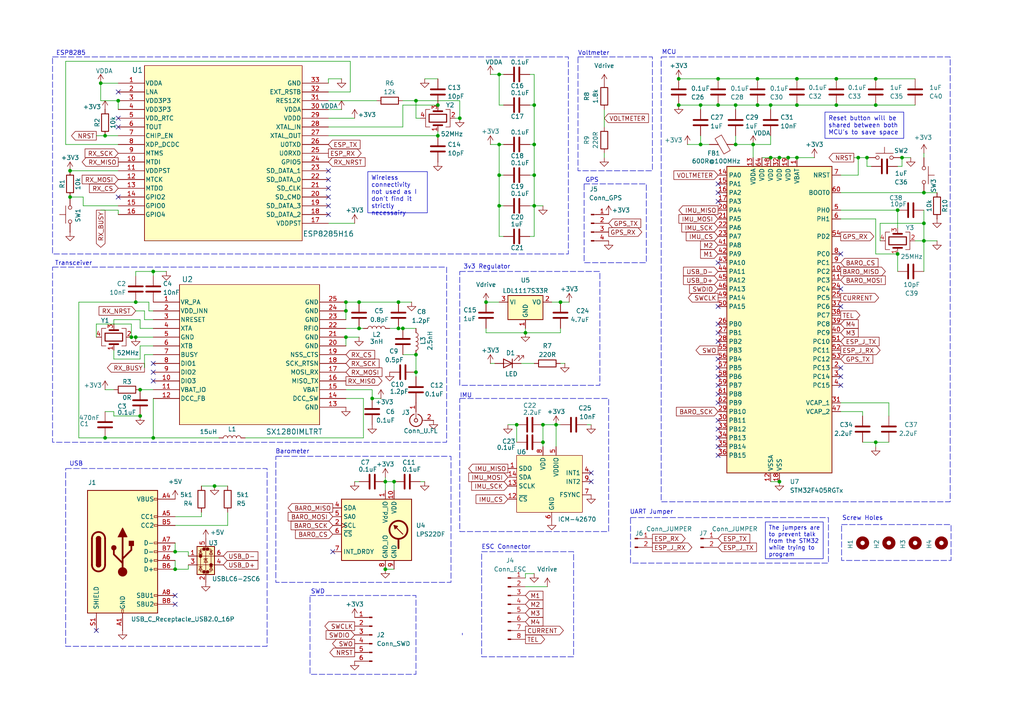
<source format=kicad_sch>
(kicad_sch (version 20231120) (generator "eeschema") (generator_version "8.0")
  (paper "A4")
  (title_block (title "Drone Flight Control Unit") (date "2024-05-17") (rev "v1.0.0") (company "Adam Turaj") (comment 1 "Made by:"))
  (junction (at 29.21 24.13))
  (junction (at 161.29 123.19))
  (junction (at 20.32 57.15))
  (junction (at 254 22.86))
  (junction (at 154.94 41.91))
  (junction (at 242.57 22.86))
  (junction (at 39.37 87.63))
  (junction (at 120.65 102.87))
  (junction (at 104.14 95.25))
  (junction (at 260.35 73.66))
  (junction (at 116.84 95.25))
  (junction (at 104.14 87.63))
  (junction (at 34.29 29.21))
  (junction (at 111.76 165.1))
  (junction (at 254 128.27))
  (junction (at 231.14 22.86))
  (junction (at 149.86 123.19))
  (junction (at 50.8 165.1))
  (junction (at 30.48 127))
  (junction (at 154.94 59.69))
  (junction (at 111.76 139.7))
  (junction (at 219.71 30.48))
  (junction (at 248.92 45.72))
  (junction (at 30.48 39.37))
  (junction (at 228.6 45.72))
  (junction (at 114.3 139.7))
  (junction (at 267.97 69.85))
  (junction (at 144.78 41.91))
  (junction (at 213.36 41.91))
  (junction (at 254 30.48))
  (junction (at 154.94 50.8))
  (junction (at 251.46 45.72))
  (junction (at 62.23 140.97))
  (junction (at 242.57 30.48))
  (junction (at 44.45 127))
  (junction (at 203.2 41.91))
  (junction (at 196.85 22.86))
  (junction (at 107.95 115.57))
  (junction (at 40.64 120.65))
  (junction (at 231.14 45.72))
  (junction (at 152.4 96.52))
  (junction (at 231.14 30.48))
  (junction (at 208.28 30.48))
  (junction (at 44.45 78.74))
  (junction (at 162.56 87.63))
  (junction (at 100.33 87.63))
  (junction (at 260.35 60.96))
  (junction (at 40.64 113.03))
  (junction (at 223.52 30.48))
  (junction (at 115.57 87.63))
  (junction (at 50.8 160.02))
  (junction (at 223.52 45.72))
  (junction (at 157.48 128.27))
  (junction (at 140.97 87.63))
  (junction (at 20.32 49.53))
  (junction (at 133.35 34.29))
  (junction (at 218.44 41.91))
  (junction (at 213.36 30.48))
  (junction (at 144.78 21.59))
  (junction (at 38.1 97.79))
  (junction (at 208.28 22.86))
  (junction (at 127 30.48))
  (junction (at 157.48 123.19))
  (junction (at 261.62 45.72))
  (junction (at 144.78 50.8))
  (junction (at 127 39.37))
  (junction (at 120.65 29.21))
  (junction (at 120.65 107.95))
  (junction (at 154.94 30.48))
  (junction (at 144.78 59.69))
  (junction (at 100.33 90.17))
  (junction (at 39.37 97.79))
  (junction (at 226.06 45.72))
  (junction (at 203.2 30.48))
  (junction (at 226.06 139.7))
  (junction (at 115.57 95.25))
  (junction (at 267.97 55.88))
  (junction (at 196.85 30.48))
  (junction (at 267.97 64.77))
  (junction (at 219.71 22.86))
  (junction (at 100.33 97.79))
  (no_connect (at 95.25 49.53))
  (no_connect (at 208.28 96.52))
  (no_connect (at 95.25 62.23))
  (no_connect (at 208.28 88.9))
  (no_connect (at 208.28 114.3))
  (no_connect (at 95.25 59.69))
  (no_connect (at 208.28 53.34))
  (no_connect (at 243.84 111.76))
  (no_connect (at 50.8 175.26))
  (no_connect (at 243.84 109.22))
  (no_connect (at 208.28 127))
  (no_connect (at 208.28 111.76))
  (no_connect (at 95.25 52.07))
  (no_connect (at 243.84 106.68))
  (no_connect (at 208.28 106.68))
  (no_connect (at 208.28 58.42))
  (no_connect (at 208.28 109.22))
  (no_connect (at 171.45 137.16))
  (no_connect (at 44.45 107.95))
  (no_connect (at 243.84 83.82))
  (no_connect (at 34.29 26.67))
  (no_connect (at 96.52 160.02))
  (no_connect (at 208.28 121.92))
  (no_connect (at 208.28 99.06))
  (no_connect (at 44.45 105.41))
  (no_connect (at 208.28 116.84))
  (no_connect (at 44.45 110.49))
  (no_connect (at 34.29 34.29))
  (no_connect (at 208.28 129.54))
  (no_connect (at 34.29 57.15))
  (no_connect (at 171.45 139.7))
  (no_connect (at 208.28 76.2))
  (no_connect (at 34.29 36.83))
  (no_connect (at 208.28 55.88))
  (no_connect (at 95.25 54.61))
  (no_connect (at 27.94 182.88))
  (no_connect (at 208.28 104.14))
  (no_connect (at 208.28 124.46))
  (no_connect (at 243.84 73.66))
  (no_connect (at 208.28 132.08))
  (no_connect (at 95.25 57.15))
  (no_connect (at 243.84 88.9))
  (no_connect (at 50.8 172.72))
  (no_connect (at 208.28 93.98))
  (wire (pts (xy 140.97 95.25) (xy 140.97 96.52)))
  (wire (pts (xy 107.95 115.57) (xy 107.95 113.03)))
  (wire (pts (xy 44.45 92.71) (xy 41.91 92.71)))
  (wire (pts (xy 111.76 165.1) (xy 114.3 165.1)))
  (wire (pts (xy 146.05 41.91) (xy 144.78 41.91)))
  (wire (pts (xy 261.62 48.26) (xy 261.62 45.72)))
  (wire (pts (xy 50.8 165.1) (xy 50.8 162.56)))
  (wire (pts (xy 54.61 165.1) (xy 54.61 163.83)))
  (wire (pts (xy 30.48 39.37) (xy 34.29 39.37)))
  (wire (pts (xy 160.02 87.63) (xy 162.56 87.63)))
  (wire (pts (xy 30.48 113.03) (xy 33.02 113.03)))
  (wire (pts (xy 196.85 22.86) (xy 208.28 22.86)))
  (wire (pts (xy 243.84 60.96) (xy 260.35 60.96)))
  (wire (pts (xy 19.05 17.78) (xy 19.05 41.91)))
  (wire (pts (xy 257.81 128.27) (xy 254 128.27)))
  (wire (pts (xy 34.29 59.69) (xy 24.13 59.69)))
  (wire (pts (xy 228.6 45.72) (xy 231.14 45.72)))
  (wire (pts (xy 40.64 92.71) (xy 33.02 92.71)))
  (wire (pts (xy 140.97 87.63) (xy 144.78 87.63)))
  (wire (pts (xy 157.48 123.19) (xy 161.29 123.19)))
  (wire (pts (xy 44.45 102.87) (xy 41.91 102.87)))
  (wire (pts (xy 95.25 26.67) (xy 101.6 26.67)))
  (wire (pts (xy 175.26 44.45) (xy 175.26 45.72)))
  (wire (pts (xy 203.2 41.91) (xy 199.39 41.91)))
  (wire (pts (xy 142.24 105.41) (xy 143.51 105.41)))
  (wire (pts (xy 247.65 45.72) (xy 248.92 45.72)))
  (wire (pts (xy 219.71 30.48) (xy 223.52 30.48)))
  (wire (pts (xy 218.44 41.91) (xy 213.36 41.91)))
  (wire (pts (xy 27.94 97.79) (xy 27.94 93.98)))
  (wire (pts (xy 162.56 87.63) (xy 165.1 87.63)))
  (wire (pts (xy 154.94 59.69) (xy 157.48 59.69)))
  (wire (pts (xy 255.27 64.77) (xy 267.97 64.77)))
  (wire (pts (xy 101.6 17.78) (xy 101.6 26.67)))
  (wire (pts (xy 162.56 96.52) (xy 152.4 96.52)))
  (wire (pts (xy 40.64 100.33) (xy 44.45 100.33)))
  (wire (pts (xy 100.33 90.17) (xy 100.33 92.71)))
  (wire (pts (xy 95.25 64.77) (xy 102.87 64.77)))
  (wire (pts (xy 30.48 119.38) (xy 33.02 119.38)))
  (wire (pts (xy 219.71 22.86) (xy 231.14 22.86)))
  (wire (pts (xy 100.33 95.25) (xy 104.14 95.25)))
  (wire (pts (xy 34.29 29.21) (xy 34.29 31.75)))
  (wire (pts (xy 111.76 138.43) (xy 111.76 139.7)))
  (wire (pts (xy 267.97 69.85) (xy 265.43 69.85)))
  (wire (pts (xy 267.97 64.77) (xy 267.97 69.85)))
  (wire (pts (xy 50.8 149.86) (xy 58.42 149.86)))
  (wire (pts (xy 154.94 21.59) (xy 154.94 30.48)))
  (wire (pts (xy 223.52 39.37) (xy 223.52 41.91)))
  (wire (pts (xy 152.4 166.37) (xy 154.94 166.37)))
  (wire (pts (xy 120.65 107.95) (xy 120.65 102.87)))
  (wire (pts (xy 133.35 29.21) (xy 133.35 34.29)))
  (wire (pts (xy 203.2 30.48) (xy 208.28 30.48)))
  (wire (pts (xy 223.52 30.48) (xy 231.14 30.48)))
  (wire (pts (xy 267.97 60.96) (xy 267.97 64.77)))
  (wire (pts (xy 213.36 30.48) (xy 213.36 31.75)))
  (wire (pts (xy 40.64 113.03) (xy 44.45 113.03)))
  (wire (pts (xy 44.45 90.17) (xy 43.18 90.17)))
  (wire (pts (xy 100.33 97.79) (xy 100.33 100.33)))
  (wire (pts (xy 127 22.86) (xy 123.19 22.86)))
  (wire (pts (xy 43.18 87.63) (xy 39.37 87.63)))
  (wire (pts (xy 223.52 45.72) (xy 226.06 45.72)))
  (wire (pts (xy 116.84 29.21) (xy 120.65 29.21)))
  (wire (pts (xy 44.45 95.25) (xy 40.64 95.25)))
  (wire (pts (xy 39.37 78.74) (xy 39.37 80.01)))
  (wire (pts (xy 254 30.48) (xy 265.43 30.48)))
  (wire (pts (xy 30.48 127) (xy 44.45 127)))
  (wire (pts (xy 120.65 34.29) (xy 120.65 29.21)))
  (wire (pts (xy 22.86 87.63) (xy 22.86 127)))
  (wire (pts (xy 223.52 30.48) (xy 223.52 31.75)))
  (wire (pts (xy 243.84 55.88) (xy 267.97 55.88)))
  (wire (pts (xy 231.14 45.72) (xy 236.22 45.72)))
  (wire (pts (xy 39.37 87.63) (xy 22.86 87.63)))
  (wire (pts (xy 163.83 105.41) (xy 162.56 105.41)))
  (wire (pts (xy 33.02 120.65) (xy 40.64 120.65)))
  (wire (pts (xy 58.42 149.86) (xy 58.42 148.59)))
  (wire (pts (xy 63.5 127) (xy 44.45 127)))
  (wire (pts (xy 29.21 60.96) (xy 34.29 60.96)))
  (wire (pts (xy 154.94 30.48) (xy 154.94 41.91)))
  (wire (pts (xy 260.35 60.96) (xy 260.35 66.04)))
  (wire (pts (xy 121.92 34.29) (xy 120.65 34.29)))
  (wire (pts (xy 104.14 87.63) (xy 115.57 87.63)))
  (wire (pts (xy 40.64 104.14) (xy 40.64 100.33)))
  (wire (pts (xy 29.21 24.13) (xy 34.29 24.13)))
  (wire (pts (xy 116.84 30.48) (xy 127 30.48)))
  (wire (pts (xy 120.65 29.21) (xy 133.35 29.21)))
  (wire (pts (xy 162.56 95.25) (xy 162.56 96.52)))
  (wire (pts (xy 149.86 123.19) (xy 149.86 128.27)))
  (wire (pts (xy 153.67 21.59) (xy 154.94 21.59)))
  (wire (pts (xy 267.97 44.45) (xy 267.97 45.72)))
  (wire (pts (xy 151.13 105.41) (xy 154.94 105.41)))
  (wire (pts (xy 218.44 45.72) (xy 218.44 41.91)))
  (wire (pts (xy 231.14 22.86) (xy 242.57 22.86)))
  (wire (pts (xy 39.37 97.79) (xy 44.45 97.79)))
  (wire (pts (xy 100.33 115.57) (xy 105.41 115.57)))
  (wire (pts (xy 33.02 119.38) (xy 33.02 120.65)))
  (wire (pts (xy 248.92 50.8) (xy 243.84 50.8)))
  (wire (pts (xy 39.37 78.74) (xy 44.45 78.74)))
  (wire (pts (xy 146.05 30.48) (xy 144.78 30.48)))
  (wire (pts (xy 243.84 63.5) (xy 254 63.5)))
  (wire (pts (xy 144.78 50.8) (xy 146.05 50.8)))
  (wire (pts (xy 196.85 30.48) (xy 203.2 30.48)))
  (wire (pts (xy 38.1 93.98) (xy 38.1 97.79)))
  (wire (pts (xy 226.06 139.7) (xy 223.52 139.7)))
  (wire (pts (xy 205.74 41.91) (xy 203.2 41.91)))
  (wire (pts (xy 218.44 41.91) (xy 223.52 41.91)))
  (wire (pts (xy 95.25 29.21) (xy 109.22 29.21)))
  (wire (pts (xy 100.33 87.63) (xy 100.33 90.17)))
  (wire (pts (xy 19.05 41.91) (xy 34.29 41.91)))
  (wire (pts (xy 120.65 109.22) (xy 120.65 107.95)))
  (wire (pts (xy 110.49 115.57) (xy 107.95 115.57)))
  (wire (pts (xy 111.76 139.7) (xy 111.76 142.24)))
  (wire (pts (xy 175.26 31.75) (xy 175.26 36.83)))
  (wire (pts (xy 105.41 95.25) (xy 104.14 95.25)))
  (wire (pts (xy 116.84 30.48) (xy 116.84 36.83)))
  (wire (pts (xy 95.25 22.86) (xy 95.25 24.13)))
  (wire (pts (xy 102.87 139.7) (xy 104.14 139.7)))
  (wire (pts (xy 27.94 39.37) (xy 30.48 39.37)))
  (wire (pts (xy 271.78 69.85) (xy 267.97 69.85)))
  (wire (pts (xy 34.29 29.21) (xy 29.21 29.21)))
  (wire (pts (xy 50.8 160.02) (xy 54.61 160.02)))
  (wire (pts (xy 154.94 41.91) (xy 154.94 50.8)))
  (wire (pts (xy 140.97 96.52) (xy 152.4 96.52)))
  (wire (pts (xy 20.32 49.53) (xy 34.29 49.53)))
  (polyline (pts (xy 134.112 183.642) (xy 134.112 184.15)) (stroke (width 0) (type dash)))
  (wire (pts (xy 29.21 29.21) (xy 29.21 24.13)))
  (wire (pts (xy 243.84 116.84) (xy 257.81 116.84)))
  (wire (pts (xy 62.23 140.97) (xy 58.42 140.97)))
  (wire (pts (xy 107.95 113.03) (xy 100.33 113.03)))
  (wire (pts (xy 41.91 92.71) (xy 41.91 90.17)))
  (wire (pts (xy 162.56 123.19) (xy 161.29 123.19)))
  (wire (pts (xy 260.35 73.66) (xy 260.35 78.74)))
  (wire (pts (xy 105.41 115.57) (xy 105.41 127)))
  (wire (pts (xy 133.35 34.29) (xy 132.08 34.29)))
  (wire (pts (xy 267.97 69.85) (xy 267.97 78.74)))
  (wire (pts (xy 105.41 127) (xy 71.12 127)))
  (wire (pts (xy 251.46 48.26) (xy 251.46 45.72)))
  (wire (pts (xy 271.78 55.88) (xy 267.97 55.88)))
  (wire (pts (xy 116.84 95.25) (xy 120.65 95.25)))
  (wire (pts (xy 208.28 30.48) (xy 213.36 30.48)))
  (wire (pts (xy 254 73.66) (xy 254 63.5)))
  (wire (pts (xy 22.86 127) (xy 30.48 127)))
  (wire (pts (xy 220.98 45.72) (xy 223.52 45.72)))
  (wire (pts (xy 153.67 59.69) (xy 154.94 59.69)))
  (wire (pts (xy 144.78 41.91) (xy 144.78 50.8)))
  (wire (pts (xy 95.25 39.37) (xy 127 39.37)))
  (wire (pts (xy 152.4 170.18) (xy 158.75 170.18)))
  (wire (pts (xy 44.45 127) (xy 44.45 115.57)))
  (wire (pts (xy 213.36 30.48) (xy 219.71 30.48)))
  (wire (pts (xy 254 129.54) (xy 254 128.27)))
  (wire (pts (xy 111.76 139.7) (xy 114.3 139.7)))
  (wire (pts (xy 154.94 59.69) (xy 154.94 50.8)))
  (wire (pts (xy 116.84 36.83) (xy 95.25 36.83)))
  (wire (pts (xy 208.28 22.86) (xy 219.71 22.86)))
  (wire (pts (xy 66.04 148.59) (xy 66.04 152.4)))
  (wire (pts (xy 38.1 97.79) (xy 39.37 97.79)))
  (wire (pts (xy 157.48 128.27) (xy 157.48 129.54)))
  (wire (pts (xy 250.19 119.38) (xy 250.19 120.65)))
  (wire (pts (xy 27.94 93.98) (xy 38.1 93.98)))
  (wire (pts (xy 142.24 41.91) (xy 144.78 41.91)))
  (wire (pts (xy 231.14 30.48) (xy 242.57 30.48)))
  (wire (pts (xy 33.02 101.6) (xy 33.02 104.14)))
  (wire (pts (xy 43.18 90.17) (xy 43.18 87.63)))
  (wire (pts (xy 153.67 41.91) (xy 154.94 41.91)))
  (wire (pts (xy 147.32 123.19) (xy 149.86 123.19)))
  (wire (pts (xy 40.64 95.25) (xy 40.64 92.71)))
  (wire (pts (xy 248.92 50.8) (xy 248.92 45.72)))
  (wire (pts (xy 44.45 78.74) (xy 48.26 78.74)))
  (wire (pts (xy 213.36 39.37) (xy 213.36 41.91)))
  (wire (pts (xy 203.2 30.48) (xy 203.2 31.75)))
  (wire (pts (xy 115.57 87.63) (xy 119.38 87.63)))
  (wire (pts (xy 95.25 34.29) (xy 102.87 34.29)))
  (wire (pts (xy 144.78 59.69) (xy 144.78 50.8)))
  (wire (pts (xy 101.6 17.78) (xy 19.05 17.78)))
  (wire (pts (xy 264.16 45.72) (xy 261.62 45.72)))
  (wire (pts (xy 114.3 139.7) (xy 114.3 142.24)))
  (wire (pts (xy 100.33 87.63) (xy 104.14 87.63)))
  (wire (pts (xy 243.84 119.38) (xy 250.19 119.38)))
  (wire (pts (xy 50.8 165.1) (xy 54.61 165.1)))
  (wire (pts (xy 154.94 68.58) (xy 154.94 59.69)))
  (wire (pts (xy 146.05 21.59) (xy 144.78 21.59)))
  (wire (pts (xy 146.05 59.69) (xy 144.78 59.69)))
  (wire (pts (xy 161.29 123.19) (xy 161.29 129.54)))
  (wire (pts (xy 144.78 21.59) (xy 144.78 30.48)))
  (wire (pts (xy 157.48 123.19) (xy 157.48 128.27)))
  (wire (pts (xy 153.67 68.58) (xy 154.94 68.58)))
  (wire (pts (xy 260.35 48.26) (xy 261.62 48.26)))
  (wire (pts (xy 255.27 69.85) (xy 255.27 64.77)))
  (polyline (pts (xy 34.29 54.61) (xy 34.29 54.61)) (stroke (width 0) (type dash)))
  (wire (pts (xy 41.91 90.17) (xy 39.37 90.17)))
  (wire (pts (xy 252.73 48.26) (xy 251.46 48.26)))
  (wire (pts (xy 100.33 97.79) (xy 104.14 97.79)))
  (wire (pts (xy 260.35 73.66) (xy 254 73.66)))
  (wire (pts (xy 171.45 123.19) (xy 170.18 123.19)))
  (wire (pts (xy 66.04 140.97) (xy 62.23 140.97)))
  (wire (pts (xy 95.25 31.75) (xy 99.06 31.75)))
  (wire (pts (xy 254 128.27) (xy 250.19 128.27)))
  (wire (pts (xy 154.94 30.48) (xy 153.67 30.48)))
  (wire (pts (xy 20.32 57.15) (xy 24.13 57.15)))
  (wire (pts (xy 95.25 22.86) (xy 99.06 22.86)))
  (wire (pts (xy 50.8 152.4) (xy 66.04 152.4)))
  (wire (pts (xy 144.78 68.58) (xy 144.78 59.69)))
  (wire (pts (xy 33.02 104.14) (xy 40.64 104.14)))
  (wire (pts (xy 33.02 92.71) (xy 33.02 93.98)))
  (wire (pts (xy 226.06 45.72) (xy 228.6 45.72)))
  (wire (pts (xy 152.4 96.52) (xy 152.4 95.25)))
  (wire (pts (xy 127 38.1) (xy 127 39.37)))
  (wire (pts (xy 116.84 102.87) (xy 120.65 102.87)))
  (wire (pts (xy 24.13 59.69) (xy 24.13 57.15)))
  (wire (pts (xy 153.67 50.8) (xy 154.94 50.8)))
  (wire (pts (xy 248.92 45.72) (xy 251.46 45.72)))
  (wire (pts (xy 242.57 22.86) (xy 254 22.86)))
  (wire (pts (xy 113.03 95.25) (xy 115.57 95.25)))
  (wire (pts (xy 54.61 161.29) (xy 54.61 160.02)))
  (wire (pts (xy 50.8 160.02) (xy 50.8 157.48)))
  (wire (pts (xy 257.81 116.84) (xy 257.81 120.65)))
  (wire (pts (xy 115.57 95.25) (xy 116.84 95.25)))
  (wire (pts (xy 34.29 60.96) (xy 34.29 62.23)))
  (wire (pts (xy 203.2 39.37) (xy 203.2 41.91)))
  (wire (pts (xy 121.92 139.7) (xy 123.19 139.7)))
  (wire (pts (xy 41.91 102.87) (xy 41.91 106.68)))
  (wire (pts (xy 146.05 68.58) (xy 144.78 68.58)))
  (wire (pts (xy 142.24 21.59) (xy 144.78 21.59)))
  (wire (pts (xy 152.4 166.37) (xy 152.4 167.64)))
  (wire (pts (xy 242.57 30.48) (xy 254 30.48)))
  (wire (pts (xy 254 22.86) (xy 265.43 22.86)))
  (wire (pts (xy 44.45 78.74) (xy 44.45 80.01)))
  (rectangle (start 169.418 53.34) (end 187.452 76.2) (stroke (width 0) (type dash)))
  (rectangle (start 191.77 16.51) (end 275.59 145.542) (stroke (width 0) (type dash)))
  (rectangle (start 15.24 77.47) (end 129.54 128.27) (stroke (width 0) (type dash)))
  (rectangle (start 89.916 172.72) (end 120.65 195.58) (stroke (width 0) (type dash)))
  (rectangle (start 15.24 16.51) (end 164.846 73.66) (stroke (width 0) (type dash)))
  (rectangle (start 167.64 16.51) (end 189.23 49.53) (stroke (width 0) (type dash)))
  (rectangle (start 182.88 150.114) (end 240.284 163.322) (stroke (width 0) (type dash)))
  (rectangle (start 133.35 78.74) (end 173.99 111.76) (stroke (width 0) (type dash)))
  (rectangle (start 133.35 115.57) (end 176.53 154.178) (stroke (width 0) (type dash)))
  (rectangle (start 244.094 162.56) (end 275.844 152.146) (stroke (width 0) (type dash)))
  (rectangle (start 80.01 132.334) (end 130.81 168.91) (stroke (width 0) (type dash)))
  (rectangle (start 19.05 135.89) (end 77.47 187.452) (stroke (width 0) (type dash)))
  (rectangle (start 139.7 160.02) (end 166.37 190.5) (stroke (width 0) (type dash)))
  (text_box "Reset button will be shared between both MCU's to save space" (at 239.268 32.512 0) (size 22.86 7.62) (effects (font (size 1.27 1.27)) (justify left top)))
  (text_box "The jumpers are to prevent talk from the STM32 while trying to program" (at 221.996 151.384 0) (size 16.764 10.668) (effects (font (size 1.2 1.2)) (justify left top)))
  (text_box "Wireless connectivity not used as I don't find it strictly necessairy" (at 106.68 49.784 0) (size 17.272 11.938) (effects (font (size 1.27 1.27)) (justify left top)))
  (text "MCU" (at 194.056 15.24 0) (effects (font (size 1.27 1.27))))
  (text "Barometer" (at 84.836 131.064 0) (effects (font (size 1.27 1.27))))
  (text "UART Jumper" (at 188.976 148.59 0) (effects (font (size 1.27 1.27))))
  (text "3v3 Regulator" (at 141.224 77.47 0) (effects (font (size 1.27 1.27))))
  (text "Voltmeter" (at 172.212 15.494 0) (effects (font (size 1.27 1.27))))
  (text "ESP8285" (at 20.574 15.494 0) (effects (font (size 1.27 1.27))))
  (text "Screw Holes" (at 250.19 150.368 0) (effects (font (size 1.27 1.27))))
  (text "USB" (at 22.098 134.62 0) (effects (font (size 1.27 1.27))))
  (text "Transceiver" (at 21.336 76.454 0) (effects (font (size 1.27 1.27))))
  (text "SWD" (at 92.202 171.704 0) (effects (font (size 1.27 1.27))))
  (text "ESC Connector" (at 146.812 158.75 0) (effects (font (size 1.27 1.27))))
  (text "IMU" (at 135.128 114.808 0) (effects (font (size 1.27 1.27))))
  (text "GPS" (at 171.704 52.324 0) (effects (font (size 1.27 1.27))))
  (global_label "IMU_CS" (shape input) (at 208.28 68.58 180) (property "Intersheetrefs" "${INTERSHEET_REFS}" (effects (hide yes))))
  (global_label "ESP_TX" (shape input) (at 95.25 41.91 0) (property "Intersheetrefs" "${INTERSHEET_REFS}" (effects (hide yes))))
  (global_label "IMU_CS" (shape input) (at 147.32 144.78 180) (property "Intersheetrefs" "${INTERSHEET_REFS}" (effects (hide yes))))
  (global_label "RX_MISO" (shape output) (at 100.33 110.49 0) (property "Intersheetrefs" "${INTERSHEET_REFS}" (effects (hide yes))))
  (global_label "SWO" (shape output) (at 208.28 101.6 180) (property "Intersheetrefs" "${INTERSHEET_REFS}" (effects (hide yes))))
  (global_label "ESP_RX" (shape output) (at 189.23 156.21 0) (property "Intersheetrefs" "${INTERSHEET_REFS}" (effects (hide yes))))
  (global_label "RX_MOSI" (shape input) (at 100.33 107.95 0) (property "Intersheetrefs" "${INTERSHEET_REFS}" (effects (hide yes))))
  (global_label "ESP_J_RX" (shape output) (at 243.84 101.6 0) (property "Intersheetrefs" "${INTERSHEET_REFS}" (effects (hide yes))))
  (global_label "BARO_MISO" (shape output) (at 96.52 147.32 180) (property "Intersheetrefs" "${INTERSHEET_REFS}" (effects (hide yes))))
  (global_label "RX_MOSI" (shape input) (at 34.29 52.07 180) (property "Intersheetrefs" "${INTERSHEET_REFS}" (effects (hide yes))))
  (global_label "RX_SCK" (shape input) (at 34.29 44.45 180) (property "Intersheetrefs" "${INTERSHEET_REFS}" (effects (hide yes))))
  (global_label "RX_BUSY" (shape output) (at 41.91 106.68 180) (property "Intersheetrefs" "${INTERSHEET_REFS}" (effects (hide yes))))
  (global_label "RX_SCK" (shape input) (at 100.33 105.41 0) (property "Intersheetrefs" "${INTERSHEET_REFS}" (effects (hide yes))))
  (global_label "NRST" (shape output) (at 102.87 189.23 180) (property "Intersheetrefs" "${INTERSHEET_REFS}" (effects (hide yes))))
  (global_label "BARO_MISO" (shape output) (at 243.84 78.74 0) (property "Intersheetrefs" "${INTERSHEET_REFS}" (effects (hide yes))))
  (global_label "ESP_J_TX" (shape input) (at 243.84 99.06 0) (property "Intersheetrefs" "${INTERSHEET_REFS}" (effects (hide yes))))
  (global_label "CURRENT" (shape output) (at 152.4 182.88 0) (property "Intersheetrefs" "${INTERSHEET_REFS}" (effects (hide yes))))
  (global_label "IMU_MOSI" (shape input) (at 147.32 138.43 180) (property "Intersheetrefs" "${INTERSHEET_REFS}" (effects (hide yes))))
  (global_label "CURRENT" (shape output) (at 243.84 86.36 0) (property "Intersheetrefs" "${INTERSHEET_REFS}" (effects (hide yes))))
  (global_label "IMU_MISO" (shape output) (at 208.28 60.96 180) (property "Intersheetrefs" "${INTERSHEET_REFS}" (effects (hide yes))))
  (global_label "TEL" (shape output) (at 243.84 91.44 0) (property "Intersheetrefs" "${INTERSHEET_REFS}" (effects (hide yes))))
  (global_label "GPS_RX" (shape output) (at 243.84 68.58 0) (property "Intersheetrefs" "${INTERSHEET_REFS}" (effects (hide yes))))
  (global_label "RX_CS" (shape input) (at 34.29 54.61 180) (property "Intersheetrefs" "${INTERSHEET_REFS}" (effects (hide yes))))
  (global_label "RX_NRST" (shape input) (at 95.25 46.99 0) (property "Intersheetrefs" "${INTERSHEET_REFS}" (effects (hide yes))))
  (global_label "ESP_TX" (shape input) (at 208.28 156.21 0) (property "Intersheetrefs" "${INTERSHEET_REFS}" (effects (hide yes))))
  (global_label "SWDIO" (shape input) (at 102.87 184.15 180) (property "Intersheetrefs" "${INTERSHEET_REFS}" (effects (hide yes))))
  (global_label "IMU_MOSI" (shape input) (at 208.28 63.5 180) (property "Intersheetrefs" "${INTERSHEET_REFS}" (effects (hide yes))))
  (global_label "RX_NRST" (shape input) (at 39.37 90.17 180) (property "Intersheetrefs" "${INTERSHEET_REFS}" (effects (hide yes))))
  (global_label "BARO_MOSI" (shape input) (at 243.84 81.28 0) (property "Intersheetrefs" "${INTERSHEET_REFS}" (effects (hide yes))))
  (global_label "BARO_SCK" (shape input) (at 208.28 119.38 180) (property "Intersheetrefs" "${INTERSHEET_REFS}" (effects (hide yes))))
  (global_label "ESP_RX" (shape output) (at 95.25 44.45 0) (property "Intersheetrefs" "${INTERSHEET_REFS}" (effects (hide yes))))
  (global_label "M4" (shape input) (at 152.4 180.34 0) (property "Intersheetrefs" "${INTERSHEET_REFS}" (effects (hide yes))))
  (global_label "VOLTMETER" (shape input) (at 175.26 34.29 0) (property "Intersheetrefs" "${INTERSHEET_REFS}" (effects (hide yes))))
  (global_label "SWO" (shape output) (at 102.87 186.69 180) (property "Intersheetrefs" "${INTERSHEET_REFS}" (effects (hide yes))))
  (global_label "BARO_CS" (shape input) (at 96.52 154.94 180) (property "Intersheetrefs" "${INTERSHEET_REFS}" (effects (hide yes))))
  (global_label "BARO_CS" (shape input) (at 243.84 76.2 0) (property "Intersheetrefs" "${INTERSHEET_REFS}" (effects (hide yes))))
  (global_label "M1" (shape input) (at 208.28 73.66 180) (property "Intersheetrefs" "${INTERSHEET_REFS}" (effects (hide yes))))
  (global_label "IMU_MISO" (shape output) (at 147.32 135.89 180) (property "Intersheetrefs" "${INTERSHEET_REFS}" (effects (hide yes))))
  (global_label "M2" (shape input) (at 208.28 71.12 180) (property "Intersheetrefs" "${INTERSHEET_REFS}" (effects (hide yes))))
  (global_label "USB_D-" (shape input) (at 64.77 161.29 0) (property "Intersheetrefs" "${INTERSHEET_REFS}" (effects (hide yes))))
  (global_label "ESP_J_RX" (shape output) (at 189.23 158.75 0) (property "Intersheetrefs" "${INTERSHEET_REFS}" (effects (hide yes))))
  (global_label "GPS_TX" (shape input) (at 176.53 64.77 0) (property "Intersheetrefs" "${INTERSHEET_REFS}" (effects (hide yes))))
  (global_label "TEL" (shape output) (at 152.4 185.42 0) (property "Intersheetrefs" "${INTERSHEET_REFS}" (effects (hide yes))))
  (global_label "M2" (shape input) (at 152.4 175.26 0) (property "Intersheetrefs" "${INTERSHEET_REFS}" (effects (hide yes))))
  (global_label "M4" (shape input) (at 243.84 93.98 0) (property "Intersheetrefs" "${INTERSHEET_REFS}" (effects (hide yes))))
  (global_label "SWCLK" (shape output) (at 102.87 181.61 180) (property "Intersheetrefs" "${INTERSHEET_REFS}" (effects (hide yes))))
  (global_label "IMU_SCK" (shape input) (at 208.28 66.04 180) (property "Intersheetrefs" "${INTERSHEET_REFS}" (effects (hide yes))))
  (global_label "GPS_RX" (shape output) (at 176.53 67.31 0) (property "Intersheetrefs" "${INTERSHEET_REFS}" (effects (hide yes))))
  (global_label "IMU_SCK" (shape input) (at 147.32 140.97 180) (property "Intersheetrefs" "${INTERSHEET_REFS}" (effects (hide yes))))
  (global_label "GPS_TX" (shape input) (at 243.84 104.14 0) (property "Intersheetrefs" "${INTERSHEET_REFS}" (effects (hide yes))))
  (global_label "ESP_J_TX" (shape input) (at 208.28 158.75 0) (property "Intersheetrefs" "${INTERSHEET_REFS}" (effects (hide yes))))
  (global_label "BARO_MOSI" (shape input) (at 96.52 149.86 180) (property "Intersheetrefs" "${INTERSHEET_REFS}" (effects (hide yes))))
  (global_label "SWCLK" (shape output) (at 208.28 86.36 180) (property "Intersheetrefs" "${INTERSHEET_REFS}" (effects (hide yes))))
  (global_label "BARO_SCK" (shape input) (at 96.52 152.4 180) (property "Intersheetrefs" "${INTERSHEET_REFS}" (effects (hide yes))))
  (global_label "M3" (shape input) (at 243.84 96.52 0) (property "Intersheetrefs" "${INTERSHEET_REFS}" (effects (hide yes))))
  (global_label "M3" (shape input) (at 152.4 177.8 0) (property "Intersheetrefs" "${INTERSHEET_REFS}" (effects (hide yes))))
  (global_label "RX_MISO" (shape output) (at 34.29 46.99 180) (property "Intersheetrefs" "${INTERSHEET_REFS}" (effects (hide yes))))
  (global_label "SWDIO" (shape input) (at 208.28 83.82 180) (property "Intersheetrefs" "${INTERSHEET_REFS}" (effects (hide yes))))
  (global_label "M1" (shape input) (at 152.4 172.72 0) (property "Intersheetrefs" "${INTERSHEET_REFS}" (effects (hide yes))))
  (global_label "VOLTMETER" (shape input) (at 208.28 50.8 180) (property "Intersheetrefs" "${INTERSHEET_REFS}" (effects (hide yes))))
  (global_label "RX_CS" (shape input) (at 100.33 102.87 0) (property "Intersheetrefs" "${INTERSHEET_REFS}" (effects (hide yes))))
  (global_label "USB_D-" (shape input) (at 208.28 78.74 180) (property "Intersheetrefs" "${INTERSHEET_REFS}" (effects (hide yes))))
  (global_label "NRST" (shape output) (at 247.65 45.72 180) (property "Intersheetrefs" "${INTERSHEET_REFS}" (effects (hide yes))))
  (global_label "RX_BUSY" (shape output) (at 29.21 60.96 270) (property "Intersheetrefs" "${INTERSHEET_REFS}" (effects (hide yes))))
  (global_label "USB_D+" (shape input) (at 208.28 81.28 180) (property "Intersheetrefs" "${INTERSHEET_REFS}" (effects (hide yes))))
  (global_label "NRST" (shape output) (at 27.94 39.37 180) (property "Intersheetrefs" "${INTERSHEET_REFS}" (effects (hide yes))))
  (global_label "USB_D+" (shape input) (at 64.77 163.83 0) (property "Intersheetrefs" "${INTERSHEET_REFS}" (effects (hide yes))))
  (symbol (lib_id "power:GND") (at 99.06 22.86 0) (mirror y) (unit 1)
    (property "Reference" "#PWR014" (effects (hide yes)))
    (property "Value" "GND" (effects (hide yes)))
    (property "Description" "Power symbol creates a global label with name \"GND\" , ground" (effects (hide yes)))
  )
  (symbol (lib_id "power:GND") (at 62.23 140.97 0) (mirror y) (unit 1)
    (property "Reference" "#PWR013" (effects (hide yes)))
    (property "Value" "GND" (effects (hide yes)))
    (property "Description" "Power symbol creates a global label with name \"GND\" , ground" (effects (hide yes)))
  )
  (symbol (lib_id "power:+3V3") (at 142.24 41.91 0) (unit 1)
    (property "Reference" "#PWR036" (effects (hide yes)))
    (property "Value" "+3V3" (at 142.24 38.1 0))
    (property "Description" "Power symbol creates a global label with name \"+3V3\"" (effects (hide yes)))
  )
  (symbol (lib_id "power:GND") (at 196.85 30.48 0) (mirror y) (unit 1)
    (property "Reference" "#PWR054" (effects (hide yes)))
    (property "Value" "GND" (effects (hide yes)))
    (property "Description" "Power symbol creates a global label with name \"GND\" , ground" (effects (hide yes)))
  )
  (symbol (lib_id "power:VDDA") (at 218.44 41.91 0) (mirror y) (unit 1)
    (property "Reference" "#PWR056" (effects (hide yes)))
    (property "Value" "VDDA" (at 220.98 38.608 0))
    (property "Description" "Power symbol creates a global label with name \"VDDA\"" (effects (hide yes)))
  )
  (symbol (lib_id "power:GND") (at 154.94 166.37 0) (unit 1)
    (property "Reference" "#PWR040" (effects (hide yes)))
    (property "Value" "GND" (effects (hide yes)))
    (property "Description" "Power symbol creates a global label with name \"GND\" , ground" (effects (hide yes)))
  )
  (symbol (lib_id "power:GND") (at 40.64 120.65 0) (mirror y) (unit 1)
    (property "Reference" "#PWR08" (effects (hide yes)))
    (property "Value" "GND" (effects (hide yes)))
    (property "Description" "Power symbol creates a global label with name \"GND\" , ground" (effects (hide yes)))
  )
  (symbol (lib_id "power:+5V") (at 59.69 156.21 0) (mirror y) (unit 1)
    (property "Reference" "#PWR011" (effects (hide yes)))
    (property "Value" "+5V" (at 62.992 154.432 0))
    (property "Description" "Power symbol creates a global label with name \"+5V\"" (effects (hide yes)))
  )
  (symbol (lib_id "power:GND") (at 176.53 69.85 0) (mirror y) (unit 1)
    (property "Reference" "#PWR052" (effects (hide yes)))
    (property "Value" "GND" (effects (hide yes)))
    (property "Description" "Power symbol creates a global label with name \"GND\" , ground" (effects (hide yes)))
  )
  (symbol (lib_id "Connector:Conn_01x02_Pin") (at 184.15 156.21 0) (unit 1)
    (property "Reference" "J6" (at 185.42 154.686 0))
    (property "Value" "Conn_JUMPER" (at 194.056 153.416 0))
    (property "Footprint" "Connector_PinHeader_2.54mm:PinHeader_1x02_P2.54mm_Vertical" (effects (hide yes)))
    (property "Description" "Generic connector, single row, 01x02, script generated" (effects (hide yes)))
    (property "MPN" "C3336192" (effects (hide yes)))
    (property "LCSC" "C3336192" (effects (hide yes)))
  )
  (symbol (lib_id "power:GND") (at 254 129.54 0) (mirror y) (unit 1)
    (property "Reference" "#PWR059" (effects (hide yes)))
    (property "Value" "GND" (effects (hide yes)))
    (property "Description" "Power symbol creates a global label with name \"GND\" , ground" (effects (hide yes)))
  )
  (symbol (lib_id "Device:LED") (at 147.32 105.41 180) (unit 1)
    (property "Reference" "D1" (at 148.082 102.362 0))
    (property "Value" "LED" (at 148.336 108.458 0))
    (property "Footprint" "LED_SMD:LED_0603_1608Metric" (effects (hide yes)))
    (property "Description" "Light emitting diode" (effects (hide yes)))
    (property "MPN" "C598257" (effects (hide yes)))
    (property "LCSC" "C598257" (effects (hide yes)))
  )
  (symbol (lib_id "power:GND") (at 171.45 123.19 0) (mirror y) (unit 1)
    (property "Reference" "#PWR047" (effects (hide yes)))
    (property "Value" "GND" (effects (hide yes)))
    (property "Description" "Power symbol creates a global label with name \"GND\" , ground" (effects (hide yes)))
  )
  (symbol (lib_id "Device:L") (at 120.65 99.06 0) (unit 1)
    (property "Reference" "L3" (at 122.682 98.806 90))
    (property "Value" "2.5nH" (at 124.714 98.806 90))
    (property "Footprint" "Inductor_SMD:L_0402_1005Metric" (effects (hide yes)))
    (property "Description" "Inductor" (effects (hide yes)))
    (property "MPN" "C5607159" (effects (hide yes)))
  )
  (symbol (lib_id "Power_Protection:USBLC6-2SC6") (at 59.69 161.29 0) (unit 1)
    (property "Reference" "U3" (at 60.452 157.48 0) (effects (justify left)))
    (property "Value" "USBLC6-2SC6" (at 61.468 167.894 0) (effects (justify left)))
    (property "Footprint" "Package_TO_SOT_SMD:SOT-23-6" (effects (hide yes)))
    (property "Datasheet" "https://www.st.com/resource/en/datasheet/usblc6-2.pdf" (effects (hide yes)))
    (property "Description" "Very low capacitance ESD protection diode, 2 data-line, SOT-23-6" (effects (hide yes)))
    (property "MPN" "C7519" (effects (hide yes)))
    (property "LCSC" "C7519" (effects (hide yes)))
  )
  (symbol (lib_id "Device:C") (at 203.2 35.56 0) (unit 1)
    (property "Reference" "C27" (at 205.994 34.036 0) (effects (justify left)))
    (property "Value" "1uF" (at 205.994 36.576 0) (effects (justify left)))
    (property "Footprint" "Capacitor_SMD:C_0402_1005Metric" (effects (hide yes)))
    (property "Description" "Unpolarized capacitor" (effects (hide yes)))
  )
  (symbol (lib_id "Device:R") (at 58.42 144.78 0) (mirror x) (unit 1)
    (property "Reference" "R4" (at 55.88 146.0501 0) (effects (justify right)))
    (property "Value" "5k1" (at 55.88 143.5101 0) (effects (justify right)))
    (property "Footprint" "Resistor_SMD:R_0402_1005Metric" (effects (hide yes)))
    (property "Description" "Resistor" (effects (hide yes)))
  )
  (symbol (lib_id "Device:C") (at 153.67 123.19 90) (unit 1)
    (property "Reference" "C22" (at 153.67 117.602 90))
    (property "Value" "2.2uF" (at 154.432 119.634 90))
    (property "Footprint" "Capacitor_SMD:C_0402_1005Metric" (effects (hide yes)))
    (property "Description" "Unpolarized capacitor" (effects (hide yes)))
  )
  (symbol (lib_id "power:GND") (at 226.06 139.7 0) (mirror y) (unit 1)
    (property "Reference" "#PWR057" (effects (hide yes)))
    (property "Value" "GND" (effects (hide yes)))
    (property "Description" "Power symbol creates a global label with name \"GND\" , ground" (effects (hide yes)))
  )
  (symbol (lib_id "power:Vdrive") (at 158.75 170.18 0) (unit 1)
    (property "Reference" "#PWR042" (effects (hide yes)))
    (property "Value" "Vdrive" (at 158.75 165.1 0))
    (property "Description" "Power symbol creates a global label with name \"Vdrive\"" (effects (hide yes)))
  )
  (symbol (lib_id "power:GND") (at 113.03 107.95 0) (mirror y) (unit 1)
    (property "Reference" "#PWR027" (effects (hide yes)))
    (property "Value" "GND" (effects (hide yes)))
    (property "Description" "Power symbol creates a global label with name \"GND\" , ground" (effects (hide yes)))
  )
  (symbol (lib_id "Device:C") (at 120.65 113.03 180) (unit 1)
    (property "Reference" "C12" (at 124.714 111.76 0) (effects (justify right)))
    (property "Value" "0.1uF" (at 123.19 114.3 0) (effects (justify right)))
    (property "Footprint" "Capacitor_SMD:C_0402_1005Metric" (effects (hide yes)))
    (property "Description" "Unpolarized capacitor" (effects (hide yes)))
  )
  (symbol (lib_id "Device:R") (at 175.26 27.94 0) (mirror y) (unit 1)
    (property "Reference" "R8" (at 170.18 27.94 90))
    (property "Value" "1.8k" (at 172.72 27.94 90))
    (property "Footprint" "Resistor_SMD:R_0402_1005Metric" (effects (hide yes)))
    (property "Description" "Resistor" (effects (hide yes)))
  )
  (symbol (lib_id "ESP8285:ESP8285H16") (at 34.29 24.13 0) (unit 1)
    (property "Reference" "U1" (at 39.878 20.32 0) (effects (font (size 1.524 1.524))))
    (property "Value" "ESP8285H16" (at 95.25 67.818 0) (effects (font (size 1.524 1.524))))
    (property "Footprint" "Package_DFN_QFN:QFN-32-1EP_5x5mm_P0.5mm_EP3.7x3.7mm_ThermalVias" (effects (hide yes)))
    (property "Datasheet" "ESP8285H16" (effects (hide yes)))
    (property "MPN" "C967019" (effects (hide yes)))
    (property "LCSC" "C967019" (effects (hide yes)))
  )
  (symbol (lib_id "power:GND") (at 102.87 139.7 0) (mirror y) (unit 1)
    (property "Reference" "#PWR019" (effects (hide yes)))
    (property "Value" "GND" (effects (hide yes)))
    (property "Description" "Power symbol creates a global label with name \"GND\" , ground" (effects (hide yes)))
  )
  (symbol (lib_id "power:GND") (at 133.35 34.29 0) (mirror y) (unit 1)
    (property "Reference" "#PWR033" (effects (hide yes)))
    (property "Value" "GND" (effects (hide yes)))
    (property "Description" "Power symbol creates a global label with name \"GND\" , ground" (effects (hide yes)))
  )
  (symbol (lib_id "Connector:Conn_01x04_Pin") (at 171.45 64.77 0) (unit 1)
    (property "Reference" "J5" (at 172.212 54.864 0))
    (property "Value" "Conn_GPS" (at 175.641 57.404 0))
    (property "Footprint" "Connector_Wire:SolderWire-0.1sqmm_1x04_P3.6mm_D0.4mm_OD1mm" (effects (hide yes)))
    (property "Description" "Generic connector, single row, 01x04, script generated" (effects (hide yes)))
  )
  (symbol (lib_id "Device:C") (at 116.84 99.06 0) (mirror x) (unit 1)
    (property "Reference" "C9" (at 115.57 101.854 0) (effects (justify right)))
    (property "Value" "0.5pF" (at 117.094 104.394 0) (effects (justify right)))
    (property "Footprint" "Capacitor_SMD:C_0402_1005Metric" (effects (hide yes)))
    (property "Description" "Unpolarized capacitor" (effects (hide yes)))
  )
  (symbol (lib_id "power:GND") (at 147.32 123.19 0) (mirror y) (unit 1)
    (property "Reference" "#PWR038" (effects (hide yes)))
    (property "Value" "GND" (effects (hide yes)))
    (property "Description" "Power symbol creates a global label with name \"GND\" , ground" (effects (hide yes)))
  )
  (symbol (lib_id "Device:R") (at 113.03 29.21 90) (unit 1)
    (property "Reference" "R6" (at 113.03 24.13 90))
    (property "Value" "12k" (at 113.03 26.67 90))
    (property "Footprint" "Resistor_SMD:R_0402_1005Metric" (effects (hide yes)))
    (property "Description" "Resistor" (effects (hide yes)))
  )
  (symbol (lib_id "power:GND") (at 123.19 139.7 0) (mirror y) (unit 1)
    (property "Reference" "#PWR030" (effects (hide yes)))
    (property "Value" "GND" (effects (hide yes)))
    (property "Description" "Power symbol creates a global label with name \"GND\" , ground" (effects (hide yes)))
  )
  (symbol (lib_id "Device:R") (at 271.78 59.69 0) (mirror y) (unit 1)
    (property "Reference" "R10" (at 274.066 59.69 90))
    (property "Value" "10k" (at 269.494 59.69 90))
    (property "Footprint" "Resistor_SMD:R_0402_1005Metric" (effects (hide yes)))
    (property "Description" "Resistor" (effects (hide yes)))
  )
  (symbol (lib_id "Device:C") (at 127 26.67 0) (unit 1)
    (property "Reference" "C13" (at 129.794 25.4 0) (effects (justify left)))
    (property "Value" "10pF" (at 129.794 27.94 0) (effects (justify left)))
    (property "Footprint" "Capacitor_SMD:C_0402_1005Metric" (effects (hide yes)))
    (property "Description" "Unpolarized capacitor" (effects (hide yes)))
  )
  (symbol (lib_id "power:+3V3") (at 30.48 31.75 0) (mirror y) (unit 1)
    (property "Reference" "#PWR04" (effects (hide yes)))
    (property "Value" "+3V3" (at 26.67 30.988 0))
    (property "Description" "Power symbol creates a global label with name \"+3V3\"" (effects (hide yes)))
  )
  (symbol (lib_id "Device:C") (at 149.86 41.91 270) (unit 1)
    (property "Reference" "C18" (at 148.082 45.212 90) (effects (justify left)))
    (property "Value" "0.1uF" (at 148.082 38.354 90) (effects (justify left)))
    (property "Footprint" "Capacitor_SMD:C_0402_1005Metric" (effects (hide yes)))
    (property "Description" "Unpolarized capacitor" (effects (hide yes)))
  )
  (symbol (lib_id "power:GND") (at 39.37 97.79 0) (mirror y) (unit 1)
    (property "Reference" "#PWR07" (effects (hide yes)))
    (property "Value" "GND" (effects (hide yes)))
    (property "Description" "Power symbol creates a global label with name \"GND\" , ground" (effects (hide yes)))
  )
  (symbol (lib_id "Device:R") (at 66.04 144.78 180) (unit 1)
    (property "Reference" "R5" (at 68.58 146.0501 0) (effects (justify right)))
    (property "Value" "5k1" (at 68.58 143.5101 0) (effects (justify right)))
    (property "Footprint" "Resistor_SMD:R_0402_1005Metric" (effects (hide yes)))
    (property "Description" "Resistor" (effects (hide yes)))
  )
  (symbol (lib_id "Device:C") (at 149.86 21.59 270) (unit 1)
    (property "Reference" "C16" (at 148.082 24.892 90) (effects (justify left)))
    (property "Value" "0.1uF" (at 148.082 18.034 90) (effects (justify left)))
    (property "Footprint" "Capacitor_SMD:C_0402_1005Metric" (effects (hide yes)))
    (property "Description" "Unpolarized capacitor" (effects (hide yes)))
  )
  (symbol (lib_id "Device:C") (at 162.56 91.44 0) (mirror y) (unit 1)
    (property "Reference" "C24" (at 170.942 90.17 0) (effects (justify left)))
    (property "Value" "4.7uF" (at 170.942 92.71 0) (effects (justify left)))
    (property "Footprint" "Capacitor_SMD:C_0402_1005Metric" (effects (hide yes)))
    (property "Description" "Unpolarized capacitor" (effects (hide yes)))
  )
  (symbol (lib_id "ICM-42670:ICM-42670") (at 160.02 130.81 0) (unit 1)
    (property "Reference" "U6" (at 149.86 131.064 0) (effects (justify left)))
    (property "Value" "ICM-42670" (at 161.798 150.622 0) (effects (justify left)))
    (property "Footprint" "Package_LGA:LGA-14_3x2.5mm_P0.5mm_LayoutBorder3x4y" (effects (hide yes)))
    (property "MPN" "C3288646" (effects (hide yes)))
    (property "LCSC" "C3288646" (effects (hide yes)))
  )
  (symbol (lib_id "Device:C") (at 107.95 139.7 90) (unit 1)
    (property "Reference" "C7" (at 105.918 134.112 90))
    (property "Value" "0.1uF" (at 106.68 136.144 90))
    (property "Footprint" "Capacitor_SMD:C_0402_1005Metric" (effects (hide yes)))
    (property "Description" "Unpolarized capacitor" (effects (hide yes)))
  )
  (symbol (lib_id "power:GND") (at 107.95 123.19 0) (mirror y) (unit 1)
    (property "Reference" "#PWR023" (effects (hide yes)))
    (property "Value" "GND" (effects (hide yes)))
    (property "Description" "Power symbol creates a global label with name \"GND\" , ground" (effects (hide yes)))
  )
  (symbol (lib_id "Device:R") (at 30.48 35.56 0) (unit 1)
    (property "Reference" "R2" (at 28.194 35.56 90))
    (property "Value" "10k" (at 32.766 35.56 90))
    (property "Footprint" "Resistor_SMD:R_0402_1005Metric" (effects (hide yes)))
    (property "Description" "Resistor" (effects (hide yes)))
  )
  (symbol (lib_id "Device:C") (at 256.54 48.26 270) (unit 1)
    (property "Reference" "C36" (at 261.366 52.832 90))
    (property "Value" "1uF" (at 261.366 50.292 90))
    (property "Footprint" "Capacitor_SMD:C_0402_1005Metric" (effects (hide yes)))
    (property "Description" "Unpolarized capacitor" (effects (hide yes)))
  )
  (symbol (lib_id "MCU_ST_STM32F4:STM32F405RGTx") (at 226.06 93.98 0) (mirror y) (unit 1)
    (property "Reference" "U7" (at 229.0765 139.7 0) (effects (justify right)))
    (property "Value" "STM32F405RGTx" (at 229.0765 142.24 0) (effects (justify right)))
    (property "Footprint" "Package_QFP:LQFP-64_10x10mm_P0.5mm" (effects (hide yes)))
    (property "Datasheet" "https://www.st.com/resource/en/datasheet/stm32f405rg.pdf" (effects (hide yes)))
    (property "Description" "STMicroelectronics Arm Cortex-M4 MCU, 1024KB flash, 192KB RAM, 168 MHz, 1.8-3.6V, 51 GPIO, LQFP64" (effects (hide yes)))
    (property "LCSC" "C15742" (effects (hide yes)))
    (property "MPN" "C15742" (effects (hide yes)))
  )
  (symbol (lib_id "Mechanical:MountingHole") (at 273.05 157.48 180) (unit 1) (exclude_from_sim yes) (in_bom no)
    (property "Reference" "H4" (at 269.494 156.464 90) (effects (justify left)))
    (property "Value" "MountingHole" (effects (hide yes)))
    (property "Footprint" "MountingHole:MountingHole_4mm_Pad" (effects (hide yes)))
    (property "Description" "Mounting Hole without connection" (effects (hide yes)))
  )
  (symbol (lib_id "Device:C") (at 30.48 123.19 0) (mirror x) (unit 1)
    (property "Reference" "C1" (at 23.114 122.936 0) (effects (justify left)))
    (property "Value" "470nF" (at 22.86 121.158 0) (effects (justify left)))
    (property "Footprint" "Capacitor_SMD:C_0402_1005Metric" (effects (hide yes)))
    (property "Description" "Unpolarized capacitor" (effects (hide yes)))
  )
  (symbol (lib_id "Switch:SW_Push") (at 20.32 62.23 90) (unit 1)
    (property "Reference" "SW1" (at 22.606 62.484 0))
    (property "Value" "SW_Push" (effects (hide yes)))
    (property "Footprint" "TactileButton:EVQ_P7_PAN" (effects (hide yes)))
    (property "Description" "Push button switch, generic, two pins" (effects (hide yes)))
    (property "MPN" "C2888430" (effects (hide yes)))
  )
  (symbol (lib_id "power:GND") (at 102.87 191.77 0) (unit 1)
    (property "Reference" "#PWR021" (effects (hide yes)))
    (property "Value" "GND" (effects (hide yes)))
    (property "Description" "Power symbol creates a global label with name \"GND\" , ground" (effects (hide yes)))
  )
  (symbol (lib_id "power:GND") (at 119.38 87.63 0) (mirror y) (unit 1)
    (property "Reference" "#PWR028" (effects (hide yes)))
    (property "Value" "GND" (effects (hide yes)))
    (property "Description" "Power symbol creates a global label with name \"GND\" , ground" (effects (hide yes)))
  )
  (symbol (lib_id "Device:C") (at 231.14 26.67 0) (mirror x) (unit 1)
    (property "Reference" "C32" (at 234.442 27.94 0) (effects (justify left)))
    (property "Value" "0.1uF" (at 234.442 25.4 0) (effects (justify left)))
    (property "Footprint" "Capacitor_SMD:C_0402_1005Metric" (effects (hide yes)))
    (property "Description" "Unpolarized capacitor" (effects (hide yes)))
  )
  (symbol (lib_id "power:GND") (at 157.48 59.69 0) (mirror y) (unit 1)
    (property "Reference" "#PWR041" (effects (hide yes)))
    (property "Value" "GND" (effects (hide yes)))
    (property "Description" "Power symbol creates a global label with name \"GND\" , ground" (effects (hide yes)))
  )
  (symbol (lib_id "Device:C") (at 257.81 124.46 0) (mirror y) (unit 1)
    (property "Reference" "C37" (at 266.192 123.19 0) (effects (justify left)))
    (property "Value" "2.2uF" (at 266.192 125.73 0) (effects (justify left)))
    (property "Footprint" "Capacitor_SMD:C_0402_1005Metric" (effects (hide yes)))
    (property "Description" "Unpolarized capacitor" (effects (hide yes)))
  )
  (symbol (lib_id "Device:C") (at 196.85 26.67 180) (unit 1)
    (property "Reference" "C26" (at 200.406 28.1939 0) (effects (justify right)))
    (property "Value" "0.1uF" (at 200.406 25.6539 0) (effects (justify right)))
    (property "Footprint" "Capacitor_SMD:C_0402_1005Metric" (effects (hide yes)))
    (property "Description" "Unpolarized capacitor" (effects (hide yes)))
  )
  (symbol (lib_id "Switch:SW_Push") (at 267.97 50.8 270) (unit 1)
    (property "Reference" "SW3" (at 270.764 53.848 0))
    (property "Value" "SW_Push" (effects (hide yes)))
    (property "Footprint" "TactileButton:EVQ_P7_PAN" (effects (hide yes)))
    (property "Description" "Push button switch, generic, two pins" (effects (hide yes)))
    (property "MPN" "C2888430" (effects (hide yes)))
  )
  (symbol (lib_id "Connector:Conn_01x06_Pin") (at 107.95 184.15 0) (mirror y) (unit 1)
    (property "Reference" "J2" (at 109.22 184.1499 0) (effects (justify right)))
    (property "Value" "Conn_SWD" (at 109.22 186.6899 0) (effects (justify right)))
    (property "Footprint" "Connector_PinHeader_2.54mm:PinHeader_2x03_P2.54mm_Vertical" (effects (hide yes)))
    (property "Description" "Generic connector, single row, 01x06, script generated" (effects (hide yes)))
    (property "MPN" "C77761" (effects (hide yes)))
    (property "LCSC" "C77761" (effects (hide yes)))
  )
  (symbol (lib_id "Device:C") (at 219.71 26.67 180) (unit 1)
    (property "Reference" "C30" (at 223.266 28.1939 0) (effects (justify right)))
    (property "Value" "0.1uF" (at 223.266 25.6539 0) (effects (justify right)))
    (property "Footprint" "Capacitor_SMD:C_0402_1005Metric" (effects (hide yes)))
    (property "Description" "Unpolarized capacitor" (effects (hide yes)))
  )
  (symbol (lib_id "Mechanical:MountingHole") (at 250.19 157.48 180) (unit 1) (exclude_from_sim yes) (in_bom no)
    (property "Reference" "H1" (at 246.634 156.464 90) (effects (justify left)))
    (property "Value" "MountingHole" (effects (hide yes)))
    (property "Footprint" "MountingHole:MountingHole_4mm_Pad" (effects (hide yes)))
    (property "Description" "Mounting Hole without connection" (effects (hide yes)))
  )
  (symbol (lib_id "Connector:Conn_01x02_Pin") (at 203.2 156.21 0) (unit 1)
    (property "Reference" "J7" (at 203.962 154.686 0))
    (property "Value" "Conn_JUMPER" (at 213.106 153.416 0))
    (property "Footprint" "Connector_PinHeader_2.54mm:PinHeader_1x02_P2.54mm_Vertical" (effects (hide yes)))
    (property "Description" "Generic connector, single row, 01x02, script generated" (effects (hide yes)))
    (property "MPN" "C3336192" (effects (hide yes)))
    (property "LCSC" "C3336192" (effects (hide yes)))
  )
  (symbol (lib_id "power:Vdrive") (at 175.26 24.13 0) (mirror y) (unit 1)
    (property "Reference" "#PWR049" (effects (hide yes)))
    (property "Value" "Vdrive" (at 175.26 19.05 0))
    (property "Description" "Power symbol creates a global label with name \"Vdrive\"" (effects (hide yes)))
  )
  (symbol (lib_id "power:+3V3") (at 30.48 113.03 0) (mirror y) (unit 1)
    (property "Reference" "#PWR05" (effects (hide yes)))
    (property "Value" "+3V3" (at 26.924 111.76 0))
    (property "Description" "Power symbol creates a global label with name \"+3V3\"" (effects (hide yes)))
  )
  (symbol (lib_id "Device:C") (at 264.16 78.74 270) (unit 1)
    (property "Reference" "C39" (at 264.414 85.09 90))
    (property "Value" "10pF" (at 264.414 82.55 90))
    (property "Footprint" "Capacitor_SMD:C_0402_1005Metric" (effects (hide yes)))
    (property "Description" "Unpolarized capacitor" (effects (hide yes)))
  )
  (symbol (lib_id "Device:L") (at 109.22 95.25 90) (unit 1)
    (property "Reference" "L2" (at 109.22 97.028 90))
    (property "Value" "3nH" (at 109.22 99.06 90))
    (property "Footprint" "Inductor_SMD:L_0402_1005Metric" (effects (hide yes)))
    (property "Description" "Inductor" (effects (hide yes)))
  )
  (symbol (lib_id "Device:R") (at 36.83 113.03 90) (unit 1)
    (property "Reference" "R3" (at 36.83 110.744 90))
    (property "Value" "0R" (at 36.83 115.316 90))
    (property "Footprint" "Resistor_SMD:R_0402_1005Metric" (effects (hide yes)))
    (property "Description" "Resistor" (effects (hide yes)))
  )
  (symbol (lib_id "Device:C") (at 166.37 123.19 90) (mirror x) (unit 1)
    (property "Reference" "C25" (at 169.672 118.364 90))
    (property "Value" "10nF" (at 170.434 120.904 90))
    (property "Footprint" "Capacitor_SMD:C_0402_1005Metric" (effects (hide yes)))
    (property "Description" "Unpolarized capacitor" (effects (hide yes)))
  )
  (symbol (lib_id "Device:C") (at 118.11 139.7 90) (unit 1)
    (property "Reference" "C11" (at 118.618 134.112 90))
    (property "Value" "0.1uF" (at 119.38 136.144 90))
    (property "Footprint" "Capacitor_SMD:C_0402_1005Metric" (effects (hide yes)))
    (property "Description" "Unpolarized capacitor" (effects (hide yes)))
  )
  (symbol (lib_id "power:GND") (at 48.26 78.74 0) (mirror y) (unit 1)
    (property "Reference" "#PWR09" (effects (hide yes)))
    (property "Value" "GND" (effects (hide yes)))
    (property "Description" "Power symbol creates a global label with name \"GND\" , ground" (effects (hide yes)))
  )
  (symbol (lib_id "Device:C") (at 213.36 35.56 0) (unit 1)
    (property "Reference" "C29" (at 216.154 34.036 0) (effects (justify left)))
    (property "Value" "1uF" (at 216.154 36.576 0) (effects (justify left)))
    (property "Footprint" "Capacitor_SMD:C_0402_1005Metric" (effects (hide yes)))
    (property "Description" "Unpolarized capacitor" (effects (hide yes)))
  )
  (symbol (lib_id "Device:C") (at 116.84 107.95 270) (unit 1)
    (property "Reference" "C10" (at 113.284 111.506 90) (effects (justify left)))
    (property "Value" "1.2pF" (at 113.03 113.538 90) (effects (justify left)))
    (property "Footprint" "Capacitor_SMD:C_0402_1005Metric" (effects (hide yes)))
    (property "Description" "Unpolarized capacitor" (effects (hide yes)))
  )
  (symbol (lib_id "Device:Crystal_GND24") (at 33.02 97.79 270) (mirror x) (unit 1)
    (property "Reference" "Y1" (at 30.48 92.964 90))
    (property "Value" "52MHz" (at 37.084 102.362 90))
    (property "Footprint" "Crystal:Crystal_SMD_3225-4Pin_3.2x2.5mm" (effects (hide yes)))
    (property "Description" "Four pin crystal, GND on pins 2 and 4" (effects (hide yes)))
  )
  (symbol (lib_id "power:+3V3") (at 20.32 49.53 0) (mirror y) (unit 1)
    (property "Reference" "#PWR01" (effects (hide yes)))
    (property "Value" "+3V3" (at 20.32 45.72 0))
    (property "Description" "Power symbol creates a global label with name \"+3V3\"" (effects (hide yes)))
  )
  (symbol (lib_id "Device:C") (at 39.37 83.82 0) (mirror y) (unit 1)
    (property "Reference" "C2" (at 36.576 82.296 0) (effects (justify left)))
    (property "Value" "10nF" (at 36.576 84.836 0) (effects (justify left)))
    (property "Footprint" "Capacitor_SMD:C_0402_1005Metric" (effects (hide yes)))
    (property "Description" "Unpolarized capacitor" (effects (hide yes)))
  )
  (symbol (lib_id "Sensor_Pressure:LPS22DF") (at 109.22 154.94 0) (mirror y) (unit 1)
    (property "Reference" "U4" (at 120.65 152.3999 0) (effects (justify right)))
    (property "Value" "LPS22DF" (at 120.65 154.9399 0) (effects (justify right)))
    (property "Footprint" "Package_LGA:ST_HLGA-10_2x2mm_P0.5mm_LayoutBorder3x2y" (effects (hide yes)))
    (property "Datasheet" "https://www.st.com/resource/en/datasheet/lps22df.pdf" (effects (hide yes)))
    (property "Description" "MEMS absolute pressure sensor, 260-1260 hPa, 1-200Hz ODR, 24bit, I2C/I3C/SPI interface, 2x2mm ST_HLGA-10L" (effects (hide yes)))
    (property "MPN" "C3253714" (effects (hide yes)))
    (property "LCSC" "C3253714" (effects (hide yes)))
  )
  (symbol (lib_id "Device:R") (at 175.26 40.64 0) (mirror y) (unit 1)
    (property "Reference" "R9" (at 170.18 40.64 90))
    (property "Value" "220R" (at 172.72 40.64 90))
    (property "Footprint" "Resistor_SMD:R_0402_1005Metric" (effects (hide yes)))
    (property "Description" "Resistor" (effects (hide yes)))
  )
  (symbol (lib_id "Device:C") (at 153.67 128.27 90) (mirror x) (unit 1)
    (property "Reference" "C23" (at 147.574 128.016 90))
    (property "Value" "0.1uF" (at 146.812 129.794 90))
    (property "Footprint" "Capacitor_SMD:C_0402_1005Metric" (effects (hide yes)))
    (property "Description" "Unpolarized capacitor" (effects (hide yes)))
  )
  (symbol (lib_id "power:GND") (at 152.4 96.52 0) (unit 1)
    (property "Reference" "#PWR039" (effects (hide yes)))
    (property "Value" "GND" (effects (hide yes)))
    (property "Description" "Power symbol creates a global label with name \"GND\" , ground" (effects (hide yes)))
  )
  (symbol (lib_id "power:+3V3") (at 142.24 105.41 0) (unit 1)
    (property "Reference" "#PWR037" (effects (hide yes)))
    (property "Value" "+3V3" (at 142.24 101.6 0))
    (property "Description" "Power symbol creates a global label with name \"+3V3\"" (effects (hide yes)))
  )
  (symbol (lib_id "power:+5V") (at 50.8 144.78 0) (mirror y) (unit 1)
    (property "Reference" "#PWR010" (effects (hide yes)))
    (property "Value" "+5V" (at 50.8 139.7 0))
    (property "Description" "Power symbol creates a global label with name \"+5V\"" (effects (hide yes)))
  )
  (symbol (lib_id "SX1280:SX1280IMLTRT") (at 44.45 87.63 0) (unit 1)
    (property "Reference" "U2" (at 54.356 81.026 0) (effects (font (size 1.524 1.524))))
    (property "Value" "SX1280IMLTRT" (at 85.344 125.222 0) (effects (font (size 1.524 1.524))))
    (property "Footprint" "Package_DFN_QFN:QFN-24-1EP_4x4mm_P0.5mm_EP2.75x2.75mm_ThermalVias" (effects (hide yes)))
    (property "Datasheet" "SX1280IMLTRT" (effects (hide yes)))
    (property "LCSC" "C125969" (effects (hide yes)))
  )
  (symbol (lib_id "power:GND") (at 271.78 63.5 0) (mirror y) (unit 1)
    (property "Reference" "#PWR062" (effects (hide yes)))
    (property "Value" "GND" (effects (hide yes)))
    (property "Description" "Power symbol creates a global label with name \"GND\" , ground" (effects (hide yes)))
  )
  (symbol (lib_id "power:GND") (at 111.76 165.1 0) (mirror y) (unit 1)
    (property "Reference" "#PWR026" (effects (hide yes)))
    (property "Value" "GND" (effects (hide yes)))
    (property "Description" "Power symbol creates a global label with name \"GND\" , ground" (effects (hide yes)))
  )
  (symbol (lib_id "Device:C") (at 140.97 91.44 0) (unit 1)
    (property "Reference" "C15" (at 134.366 89.916 0) (effects (justify left)))
    (property "Value" "1uF" (at 134.366 92.456 0) (effects (justify left)))
    (property "Footprint" "Capacitor_SMD:C_0402_1005Metric" (effects (hide yes)))
    (property "Description" "Unpolarized capacitor" (effects (hide yes)))
  )
  (symbol (lib_id "power:+3V3") (at 199.39 41.91 0) (mirror y) (unit 1)
    (property "Reference" "#PWR055" (effects (hide yes)))
    (property "Value" "+3V3" (at 195.326 40.64 0))
    (property "Description" "Power symbol creates a global label with name \"+3V3\"" (effects (hide yes)))
  )
  (symbol (lib_id "Device:Crystal_GND24") (at 260.35 69.85 270) (mirror x) (unit 1)
    (property "Reference" "Y3" (at 263.906 66.04 90))
    (property "Value" "25MHz" (at 264.414 74.422 90))
    (property "Footprint" "Crystal:Crystal_SMD_2016-4Pin_2.0x1.6mm" (effects (hide yes)))
    (property "Description" "Four pin crystal, GND on pins 2 and 4" (effects (hide yes)))
  )
  (symbol (lib_id "Device:Crystal_GND24") (at 127 34.29 270) (mirror x) (unit 1)
    (property "Reference" "Y2" (at 130.556 30.48 90))
    (property "Value" "52MHz" (at 131.064 38.862 90))
    (property "Footprint" "Crystal:Crystal_SMD_3225-4Pin_3.2x2.5mm" (effects (hide yes)))
    (property "Description" "Four pin crystal, GND on pins 2 and 4" (effects (hide yes)))
  )
  (symbol (lib_id "Device:L") (at 67.31 127 90) (unit 1)
    (property "Reference" "L1" (at 67.31 124.46 90))
    (property "Value" "15uH" (at 60.452 125.222 90))
    (property "Footprint" "Inductor_SMD:L_0805_2012Metric" (effects (hide yes)))
    (property "Description" "Inductor" (effects (hide yes)))
  )
  (symbol (lib_id "Device:C") (at 254 26.67 0) (mirror x) (unit 1)
    (property "Reference" "C35" (at 258.064 27.94 0) (effects (justify left)))
    (property "Value" "1uF" (at 258.064 25.4 0) (effects (justify left)))
    (property "Footprint" "Capacitor_SMD:C_0402_1005Metric" (effects (hide yes)))
    (property "Description" "Unpolarized capacitor" (effects (hide yes)))
  )
  (symbol (lib_id "power:GND") (at 59.69 168.91 0) (mirror y) (unit 1)
    (property "Reference" "#PWR012" (effects (hide yes)))
    (property "Value" "GND" (effects (hide yes)))
    (property "Description" "Power symbol creates a global label with name \"GND\" , ground" (effects (hide yes)))
  )
  (symbol (lib_id "power:+3V3") (at 161.29 123.19 0) (unit 1)
    (property "Reference" "#PWR044" (effects (hide yes)))
    (property "Value" "+3V3" (at 161.29 119.38 0))
    (property "Description" "Power symbol creates a global label with name \"+3V3\"" (effects (hide yes)))
  )
  (symbol (lib_id "power:+3V3") (at 165.1 87.63 0) (unit 1)
    (property "Reference" "#PWR046" (effects (hide yes)))
    (property "Value" "+3V3" (at 165.1 83.82 0))
    (property "Description" "Power symbol creates a global label with name \"+3V3\"" (effects (hide yes)))
  )
  (symbol (lib_id "power:GND") (at 20.32 67.31 0) (mirror y) (unit 1)
    (property "Reference" "#PWR02" (effects (hide yes)))
    (property "Value" "GND" (effects (hide yes)))
    (property "Description" "Power symbol creates a global label with name \"GND\" , ground" (effects (hide yes)))
  )
  (symbol (lib_id "Connector:Conn_Coaxial") (at 120.65 121.92 90) (mirror x) (unit 1)
    (property "Reference" "J3" (at 118.872 119.634 90) (effects (justify left)))
    (property "Value" "Conn_U.FL" (at 127 124.968 90) (effects (justify left)))
    (property "Footprint" "Conufl:CONN1_CONUFL_TEC" (effects (hide yes)))
    (property "Datasheet" " ~" (effects (hide yes)))
    (property "Description" "coaxial connector (BNC, SMA, SMB, SMC, Cinch/RCA, LEMO, ...)" (effects (hide yes)))
    (property "MPN" "C5137195" (effects (hide yes)))
    (property "LCSC" "C5137195" (effects (hide yes)))
  )
  (symbol (lib_id "Device:C") (at 107.95 119.38 0) (mirror y) (unit 1)
    (property "Reference" "C6" (at 114.554 119.38 0) (effects (justify left)))
    (property "Value" "0.1uF" (at 114.554 121.92 0) (effects (justify left)))
    (property "Footprint" "Capacitor_SMD:C_0402_1005Metric" (effects (hide yes)))
    (property "Description" "Unpolarized capacitor" (effects (hide yes)))
  )
  (symbol (lib_id "power:+3V3") (at 267.97 44.45 0) (mirror y) (unit 1)
    (property "Reference" "#PWR061" (effects (hide yes)))
    (property "Value" "+3V3" (at 267.716 39.878 0))
    (property "Description" "Power symbol creates a global label with name \"+3V3\"" (effects (hide yes)))
  )
  (symbol (lib_id "Mechanical:MountingHole") (at 257.81 157.48 180) (unit 1) (exclude_from_sim yes) (in_bom no)
    (property "Reference" "H2" (at 254.254 156.464 90) (effects (justify left)))
    (property "Value" "MountingHole" (effects (hide yes)))
    (property "Footprint" "MountingHole:MountingHole_4mm_Pad" (effects (hide yes)))
    (property "Description" "Mounting Hole without connection" (effects (hide yes)))
  )
  (symbol (lib_id "power:+3V3") (at 110.49 115.57 0) (unit 1)
    (property "Reference" "#PWR024" (effects (hide yes)))
    (property "Value" "+3V3" (at 111.506 116.586 0))
    (property "Description" "Power symbol creates a global label with name \"+3V3\"" (effects (hide yes)))
  )
  (symbol (lib_id "power:GND") (at 125.73 121.92 0) (mirror y) (unit 1)
    (property "Reference" "#PWR031" (effects (hide yes)))
    (property "Value" "GND" (effects (hide yes)))
    (property "Description" "Power symbol creates a global label with name \"GND\" , ground" (effects (hide yes)))
  )
  (symbol (lib_id "power:GND") (at 127 46.99 0) (mirror y) (unit 1)
    (property "Reference" "#PWR032" (effects (hide yes)))
    (property "Value" "GND" (effects (hide yes)))
    (property "Description" "Power symbol creates a global label with name \"GND\" , ground" (effects (hide yes)))
  )
  (symbol (lib_id "power:Vdrive") (at 140.97 87.63 0) (unit 1)
    (property "Reference" "#PWR034" (effects (hide yes)))
    (property "Value" "Vdrive" (at 140.97 82.55 0))
    (property "Description" "Power symbol creates a global label with name \"Vdrive\"" (effects (hide yes)))
  )
  (symbol (lib_id "Device:C") (at 44.45 83.82 0) (unit 1)
    (property "Reference" "C4" (at 47.244 82.296 0) (effects (justify left)))
    (property "Value" "10nF" (at 47.244 84.836 0) (effects (justify left)))
    (property "Footprint" "Capacitor_SMD:C_0402_1005Metric" (effects (hide yes)))
    (property "Description" "Unpolarized capacitor" (effects (hide yes)))
  )
  (symbol (lib_id "power:GND") (at 171.45 143.51 0) (mirror y) (unit 1)
    (property "Reference" "#PWR048" (effects (hide yes)))
    (property "Value" "GND" (effects (hide yes)))
    (property "Description" "Power symbol creates a global label with name \"GND\" , ground" (effects (hide yes)))
  )
  (symbol (lib_id "power:GND") (at 160.02 151.13 0) (mirror y) (unit 1)
    (property "Reference" "#PWR043" (effects (hide yes)))
    (property "Value" "GND" (effects (hide yes)))
    (property "Description" "Power symbol creates a global label with name \"GND\" , ground" (effects (hide yes)))
  )
  (symbol (lib_id "Regulator_Linear:LD1117S33TR_SOT223") (at 152.4 87.63 0) (unit 1)
    (property "Reference" "U5" (at 152.4 81.28 0))
    (property "Value" "LDL1117S33R" (at 152.4 84.328 0))
    (property "Footprint" "Package_TO_SOT_SMD:SOT-223-3_TabPin2" (effects (hide yes)))
    (property "Datasheet" "http://www.st.com/st-web-ui/static/active/en/resource/technical/document/datasheet/CD00000544.pdf" (effects (hide yes)))
    (property "Description" "800mA Fixed Low Drop Positive Voltage Regulator, Fixed Output 3.3V, SOT-223" (effects (hide yes)))
    (property "MPN" "C435835" (effects (hide yes)))
    (property "LCSC" "C435835" (effects (hide yes)))
  )
  (symbol (lib_id "power:VDDA") (at 142.24 21.59 0) (mirror y) (unit 1)
    (property "Reference" "#PWR035" (effects (hide yes)))
    (property "Value" "VDDA" (at 143.256 18.034 0))
    (property "Description" "Power symbol creates a global label with name \"VDDA\"" (effects (hide yes)))
  )
  (symbol (lib_id "power:GND") (at 163.83 105.41 0) (unit 1)
    (property "Reference" "#PWR045" (effects (hide yes)))
    (property "Value" "GND" (effects (hide yes)))
    (property "Description" "Power symbol creates a global label with name \"GND\" , ground" (effects (hide yes)))
  )
  (symbol (lib_id "Device:C") (at 242.57 26.67 0) (mirror x) (unit 1)
    (property "Reference" "C33" (at 245.872 27.94 0) (effects (justify left)))
    (property "Value" "0.1uF" (at 245.872 25.4 0) (effects (justify left)))
    (property "Footprint" "Capacitor_SMD:C_0402_1005Metric" (effects (hide yes)))
    (property "Description" "Unpolarized capacitor" (effects (hide yes)))
  )
  (symbol (lib_id "Device:C") (at 149.86 59.69 270) (unit 1)
    (property "Reference" "C20" (at 148.082 62.992 90) (effects (justify left)))
    (property "Value" "0.1uF" (at 148.082 56.134 90) (effects (justify left)))
    (property "Footprint" "Capacitor_SMD:C_0402_1005Metric" (effects (hide yes)))
    (property "Description" "Unpolarized capacitor" (effects (hide yes)))
  )
  (symbol (lib_id "Switch:SW_Push") (at 256.54 45.72 0) (mirror y) (unit 1)
    (property "Reference" "SW2" (at 261.366 43.688 0))
    (property "Value" "SW_Push" (effects (hide yes)))
    (property "Footprint" "TactileButton:EVQ_P7_PAN" (effects (hide yes)))
    (property "Description" "Push button switch, generic, two pins" (effects (hide yes)))
    (property "MPN" "C2888430" (effects (hide yes)))
  )
  (symbol (lib_id "Device:C") (at 223.52 35.56 0) (unit 1)
    (property "Reference" "C31" (at 226.314 34.036 0) (effects (justify left)))
    (property "Value" "10nF" (at 226.314 36.576 0) (effects (justify left)))
    (property "Footprint" "Capacitor_SMD:C_0402_1005Metric" (effects (hide yes)))
    (property "Description" "Unpolarized capacitor" (effects (hide yes)))
  )
  (symbol (lib_id "Device:R") (at 158.75 105.41 90) (unit 1)
    (property "Reference" "R7" (at 158.75 100.33 90))
    (property "Value" "220R" (at 158.75 102.87 90))
    (property "Footprint" "Resistor_SMD:R_0402_1005Metric" (effects (hide yes)))
    (property "Description" "Resistor" (effects (hide yes)))
  )
  (symbol (lib_id "Device:C") (at 264.16 60.96 270) (mirror x) (unit 1)
    (property "Reference" "C38" (at 259.842 57.404 90))
    (property "Value" "10pF" (at 260.604 59.182 90))
    (property "Footprint" "Capacitor_SMD:C_0402_1005Metric" (effects (hide yes)))
    (property "Description" "Unpolarized capacitor" (effects (hide yes)))
  )
  (symbol (lib_id "power:GND") (at 264.16 45.72 0) (mirror y) (unit 1)
    (property "Reference" "#PWR060" (effects (hide yes)))
    (property "Value" "GND" (effects (hide yes)))
    (property "Description" "Power symbol creates a global label with name \"GND\" , ground" (effects (hide yes)))
  )
  (symbol (lib_id "Device:C") (at 250.19 124.46 0) (mirror y) (unit 1)
    (property "Reference" "C34" (at 247.396 123.19 0) (effects (justify left)))
    (property "Value" "2.2uF" (at 247.396 125.73 0) (effects (justify left)))
    (property "Footprint" "Capacitor_SMD:C_0402_1005Metric" (effects (hide yes)))
    (property "Description" "Unpolarized capacitor" (effects (hide yes)))
  )
  (symbol (lib_id "Device:R") (at 20.32 53.34 0) (unit 1)
    (property "Reference" "R1" (at 18.034 53.34 90))
    (property "Value" "10k" (at 22.606 53.34 90))
    (property "Footprint" "Resistor_SMD:R_0402_1005Metric" (effects (hide yes)))
    (property "Description" "Resistor" (effects (hide yes)))
  )
  (symbol (lib_id "power:+3V3") (at 111.76 138.43 0) (unit 1)
    (property "Reference" "#PWR025" (effects (hide yes)))
    (property "Value" "+3V3" (at 111.76 134.62 0))
    (property "Description" "Power symbol creates a global label with name \"+3V3\"" (effects (hide yes)))
  )
  (symbol (lib_id "power:+3V3") (at 102.87 64.77 0) (unit 1)
    (property "Reference" "#PWR018" (effects (hide yes)))
    (property "Value" "+3V3" (at 102.87 60.96 0))
    (property "Description" "Power symbol creates a global label with name \"+3V3\"" (effects (hide yes)))
  )
  (symbol (lib_id "Connector:Conn_01x08_Pin") (at 147.32 175.26 0) (unit 1)
    (property "Reference" "J4" (at 147.955 162.56 0))
    (property "Value" "Conn_ESC" (at 147.955 165.1 0))
    (property "Footprint" "Connector_JST:JST_SHL_SM08B-SHLS-TF_1x08-1MP_P1.00mm_Horizontal" (effects (hide yes)))
    (property "Description" "Generic connector, single row, 01x08, script generated" (effects (hide yes)))
  )
  (symbol (lib_id "Device:C") (at 40.64 116.84 0) (unit 1)
    (property "Reference" "C3" (at 34.036 117.856 0) (effects (justify left)))
    (property "Value" "0.1uF" (at 34.036 119.634 0) (effects (justify left)))
    (property "Footprint" "Capacitor_SMD:C_0402_1005Metric" (effects (hide yes)))
    (property "Description" "Unpolarized capacitor" (effects (hide yes)))
  )
  (symbol (lib_id "power:+3V3") (at 196.85 22.86 0) (mirror y) (unit 1)
    (property "Reference" "#PWR053" (effects (hide yes)))
    (property "Value" "+3V3" (at 196.85 19.05 0))
    (property "Description" "Power symbol creates a global label with name \"+3V3\"" (effects (hide yes)))
  )
  (symbol (lib_id "power:+3V3") (at 176.53 62.23 0) (unit 1)
    (property "Reference" "#PWR051" (effects (hide yes)))
    (property "Value" "+3V3" (at 180.086 60.96 0))
    (property "Description" "Power symbol creates a global label with name \"+3V3\"" (effects (hide yes)))
  )
  (symbol (lib_id "power:VDDA") (at 99.06 31.75 0) (mirror y) (unit 1)
    (property "Reference" "#PWR015" (effects (hide yes)))
    (property "Value" "VDDA" (at 95.504 30.734 0))
    (property "Description" "Power symbol creates a global label with name \"VDDA\"" (effects (hide yes)))
  )
  (symbol (lib_id "power:+3V3") (at 236.22 45.72 0) (mirror y) (unit 1)
    (property "Reference" "#PWR058" (effects (hide yes)))
    (property "Value" "+3V3" (at 236.22 41.91 0))
    (property "Description" "Power symbol creates a global label with name \"+3V3\"" (effects (hide yes)))
  )
  (symbol (lib_id "power:+3V3") (at 102.87 34.29 0) (unit 1)
    (property "Reference" "#PWR017" (effects (hide yes)))
    (property "Value" "+3V3" (at 106.426 33.274 0))
    (property "Description" "Power symbol creates a global label with name \"+3V3\"" (effects (hide yes)))
  )
  (symbol (lib_id "power:GND") (at 35.56 182.88 0) (mirror y) (unit 1)
    (property "Reference" "#PWR06" (effects (hide yes)))
    (property "Value" "GND" (effects (hide yes)))
    (property "Description" "Power symbol creates a global label with name \"GND\" , ground" (effects (hide yes)))
  )
  (symbol (lib_id "Device:C") (at 115.57 91.44 180) (unit 1)
    (property "Reference" "C8" (at 120.904 90.424 0) (effects (justify right)))
    (property "Value" "1.2pF" (at 119.38 92.964 0) (effects (justify right)))
    (property "Footprint" "Capacitor_SMD:C_0402_1005Metric" (effects (hide yes)))
    (property "Description" "Unpolarized capacitor" (effects (hide yes)))
  )
  (symbol (lib_id "Device:C") (at 127 43.18 0) (unit 1)
    (property "Reference" "C14" (at 129.794 41.91 0) (effects (justify left)))
    (property "Value" "10pF" (at 129.794 44.45 0) (effects (justify left)))
    (property "Footprint" "Capacitor_SMD:C_0402_1005Metric" (effects (hide yes)))
    (property "Description" "Unpolarized capacitor" (effects (hide yes)))
  )
  (symbol (lib_id "power:GND") (at 271.78 69.85 0) (mirror y) (unit 1)
    (property "Reference" "#PWR063" (effects (hide yes)))
    (property "Value" "GND" (effects (hide yes)))
    (property "Description" "Power symbol creates a global label with name \"GND\" , ground" (effects (hide yes)))
  )
  (symbol (lib_id "power:VDDA") (at 29.21 24.13 0) (mirror y) (unit 1)
    (property "Reference" "#PWR03" (effects (hide yes)))
    (property "Value" "VDDA" (at 30.226 20.574 0))
    (property "Description" "Power symbol creates a global label with name \"VDDA\"" (effects (hide yes)))
  )
  (symbol (lib_id "power:GND") (at 123.19 22.86 0) (mirror y) (unit 1)
    (property "Reference" "#PWR029" (effects (hide yes)))
    (property "Value" "GND" (effects (hide yes)))
    (property "Description" "Power symbol creates a global label with name \"GND\" , ground" (effects (hide yes)))
  )
  (symbol (lib_id "power:GND") (at 100.33 118.11 0) (mirror y) (unit 1)
    (property "Reference" "#PWR016" (effects (hide yes)))
    (property "Value" "GND" (effects (hide yes)))
    (property "Description" "Power symbol creates a global label with name \"GND\" , ground" (effects (hide yes)))
  )
  (symbol (lib_id "Device:C") (at 149.86 50.8 270) (unit 1)
    (property "Reference" "C19" (at 148.082 54.102 90) (effects (justify left)))
    (property "Value" "0.1uF" (at 148.082 47.244 90) (effects (justify left)))
    (property "Footprint" "Capacitor_SMD:C_0402_1005Metric" (effects (hide yes)))
    (property "Description" "Unpolarized capacitor" (effects (hide yes)))
  )
  (symbol (lib_id "Device:C") (at 208.28 26.67 180) (unit 1)
    (property "Reference" "C28" (at 211.836 28.1939 0) (effects (justify right)))
    (property "Value" "0.1uF" (at 211.836 25.6539 0) (effects (justify right)))
    (property "Footprint" "Capacitor_SMD:C_0402_1005Metric" (effects (hide yes)))
    (property "Description" "Unpolarized capacitor" (effects (hide yes)))
  )
  (symbol (lib_id "Device:FerriteBead") (at 209.55 41.91 270) (mirror x) (unit 1)
    (property "Reference" "FB1" (at 207.01 44.45 90))
    (property "Value" "600R@100MHz" (at 207.7212 46.736 90))
    (property "Footprint" "Inductor_SMD:L_0805_2012Metric" (effects (hide yes)))
    (property "Description" "Ferrite bead" (effects (hide yes)))
    (property "MPN" "C304318" (effects (hide yes)))
  )
  (symbol (lib_id "Device:C") (at 149.86 30.48 270) (unit 1)
    (property "Reference" "C17" (at 148.082 33.782 90) (effects (justify left)))
    (property "Value" "0.1uF" (at 148.082 26.924 90) (effects (justify left)))
    (property "Footprint" "Capacitor_SMD:C_0402_1005Metric" (effects (hide yes)))
    (property "Description" "Unpolarized capacitor" (effects (hide yes)))
  )
  (symbol (lib_id "power:GND") (at 104.14 97.79 0) (mirror y) (unit 1)
    (property "Reference" "#PWR022" (effects (hide yes)))
    (property "Value" "GND" (effects (hide yes)))
    (property "Description" "Power symbol creates a global label with name \"GND\" , ground" (effects (hide yes)))
  )
  (symbol (lib_id "Connector:USB_C_Receptacle_USB2.0_16P") (at 35.56 160.02 0) (unit 1)
    (property "Reference" "J1" (at 27.94 139.954 0) (effects (justify right)))
    (property "Value" "USB_C_Receptacle_USB2.0_16P" (at 68.072 179.578 0) (effects (justify right)))
    (property "Footprint" "Connector_USB:USB_C_Receptacle_GCT_USB4105-xx-A_16P_TopMnt_Horizontal" (effects (hide yes)))
    (property "Datasheet" "https://www.usb.org/sites/default/files/documents/usb_type-c.zip" (effects (hide yes)))
    (property "Description" "USB 2.0-only 16P Type-C Receptacle connector" (effects (hide yes)))
    (property "MPN" "C2988369" (effects (hide yes)))
    (property "LCSC" "C2988369" (effects (hide yes)))
  )
  (symbol (lib_id "power:+3V3") (at 102.87 179.07 0) (unit 1)
    (property "Reference" "#PWR020" (effects (hide yes)))
    (property "Value" "+3V3" (at 102.87 175.26 0))
    (property "Description" "Power symbol creates a global label with name \"+3V3\"" (effects (hide yes)))
  )
  (symbol (lib_id "Device:C") (at 265.43 26.67 0) (mirror x) (unit 1)
    (property "Reference" "C40" (at 269.494 27.94 0) (effects (justify left)))
    (property "Value" "1uF" (at 269.494 25.4 0) (effects (justify left)))
    (property "Footprint" "Capacitor_SMD:C_0402_1005Metric" (effects (hide yes)))
    (property "Description" "Unpolarized capacitor" (effects (hide yes)))
  )
  (symbol (lib_id "Device:C") (at 104.14 91.44 0) (mirror y) (unit 1)
    (property "Reference" "C5" (at 111.252 90.17 0) (effects (justify left)))
    (property "Value" "0.8pF" (at 112.776 92.71 0) (effects (justify left)))
    (property "Footprint" "Capacitor_SMD:C_0402_1005Metric" (effects (hide yes)))
    (property "Description" "Unpolarized capacitor" (effects (hide yes)))
  )
  (symbol (lib_id "Mechanical:MountingHole") (at 265.43 157.48 180) (unit 1) (exclude_from_sim yes) (in_bom no)
    (property "Reference" "H3" (at 261.874 156.464 90) (effects (justify left)))
    (property "Value" "MountingHole" (effects (hide yes)))
    (property "Footprint" "MountingHole:MountingHole_4mm_Pad" (effects (hide yes)))
    (property "Description" "Mounting Hole without connection" (effects (hide yes)))
  )
  (symbol (lib_id "power:GND") (at 175.26 45.72 0) (mirror y) (unit 1)
    (property "Reference" "#PWR050" (effects (hide yes)))
    (property "Value" "GND" (effects (hide yes)))
    (property "Description" "Power symbol creates a global label with name \"GND\" , ground" (effects (hide yes)))
  )
  (symbol (lib_id "Device:C") (at 149.86 68.58 270) (unit 1)
    (property "Reference" "C21" (at 148.082 71.882 90) (effects (justify left)))
    (property "Value" "1uF" (at 148.082 65.024 90) (effects (justify left)))
    (property "Footprint" "Capacitor_SMD:C_0402_1005Metric" (effects (hide yes)))
    (property "Description" "Unpolarized capacitor" (effects (hide yes)))
  )
)
</source>
